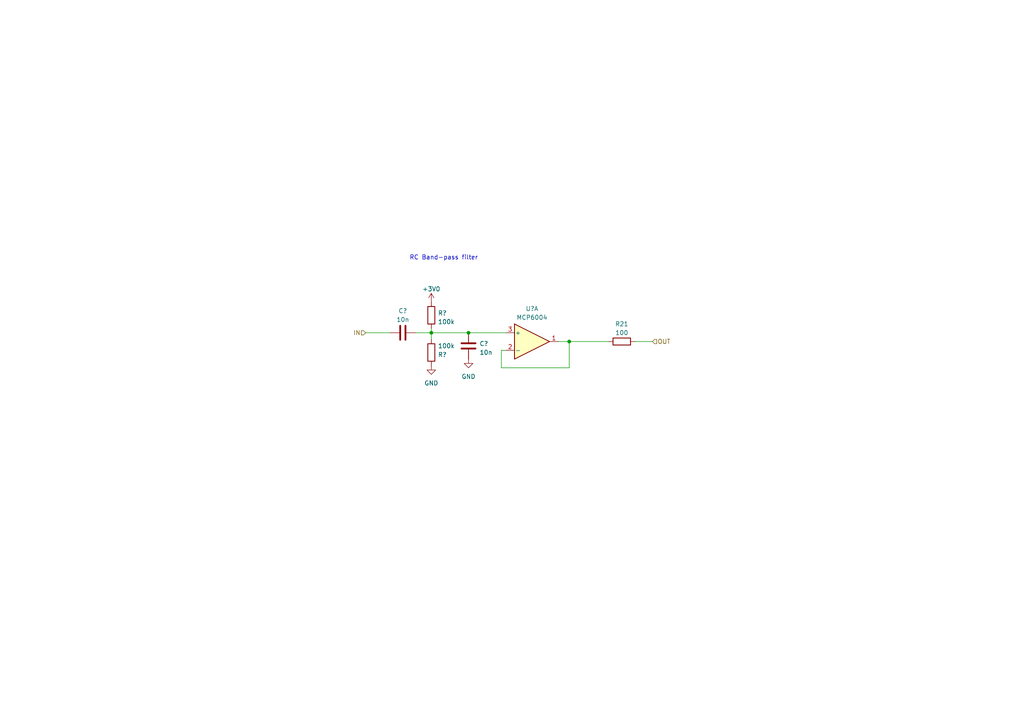
<source format=kicad_sch>
(kicad_sch (version 20230121) (generator eeschema)
  (paper "A4")
  (lib_symbols
    (symbol "Amplifier_Operational:MCP6004" (pin_names (offset 0.127))
      (property "Reference" "U" (at 0 5.08 0))
      (property "Value" "MCP6004" (at 0 -5.08 0))
      (symbol "MCP6004_1_1"
        (polyline (pts (xy -5.08 5.08) (xy 5.08 0) (xy -5.08 -5.08) (xy -5.08 5.08)) (stroke (width 0.254)) (fill (type background)))
        (pin output line (at 7.62 0 180) (length 2.54) (name "~") (number "1"))
        (pin input line (at -7.62 -2.54 0) (length 2.54) (name "-") (number "2"))
        (pin input line (at -7.62 2.54 0) (length 2.54) (name "+") (number "3"))
      )
      (symbol "MCP6004_2_1"
        (polyline (pts (xy -5.08 5.08) (xy 5.08 0) (xy -5.08 -5.08) (xy -5.08 5.08)) (stroke (width 0.254)) (fill (type background)))
        (pin input line (at -7.62 2.54 0) (length 2.54) (name "+") (number "5"))
        (pin input line (at -7.62 -2.54 0) (length 2.54) (name "-") (number "6"))
        (pin output line (at 7.62 0 180) (length 2.54) (name "~") (number "7"))
      )
      (symbol "MCP6004_3_1"
        (polyline (pts (xy -5.08 5.08) (xy 5.08 0) (xy -5.08 -5.08) (xy -5.08 5.08)) (stroke (width 0.254)) (fill (type background)))
        (pin input line (at -7.62 2.54 0) (length 2.54) (name "+") (number "10"))
        (pin output line (at 7.62 0 180) (length 2.54) (name "~") (number "8"))
        (pin input line (at -7.62 -2.54 0) (length 2.54) (name "-") (number "9"))
      )
      (symbol "MCP6004_4_1"
        (polyline (pts (xy -5.08 5.08) (xy 5.08 0) (xy -5.08 -5.08) (xy -5.08 5.08)) (stroke (width 0.254)) (fill (type background)))
        (pin input line (at -7.62 2.54 0) (length 2.54) (name "+") (number "12"))
        (pin input line (at -7.62 -2.54 0) (length 2.54) (name "-") (number "13"))
        (pin output line (at 7.62 0 180) (length 2.54) (name "~") (number "14"))
      )
      (symbol "MCP6004_5_1"
        (pin power_in line (at -2.54 -7.62 90) (length 3.81) (name "V-") (number "11"))
        (pin power_in line (at -2.54 7.62 270) (length 3.81) (name "V+") (number "4"))
      )
    )
    (symbol "Device:C" (pin_numbers hide) (pin_names (offset 0.254))
      (property "Reference" "C" (at 0.635 2.54 0))
      (property "Value" "C" (at 0.635 -2.54 0))
      (symbol "C_0_1"
        (polyline (pts (xy -2.032 -0.762) (xy 2.032 -0.762)) (stroke (width 0.508)))
        (polyline (pts (xy -2.032 0.762) (xy 2.032 0.762)) (stroke (width 0.508)))
      )
      (symbol "C_1_1"
        (pin passive line (at 0 3.81 270) (length 2.794) (name "~") (number "1"))
        (pin passive line (at 0 -3.81 90) (length 2.794) (name "~") (number "2"))
      )
    )
    (symbol "Device:R" (pin_numbers hide) (pin_names (offset 0))
      (property "Reference" "R" (at 2.032 0 90))
      (property "Value" "R" (at 0 0 90))
      (symbol "R_0_1"
        (rectangle (start -1.016 -2.54) (end 1.016 2.54) (stroke (width 0.254)))
      )
      (symbol "R_1_1"
        (pin passive line (at 0 3.81 270) (length 1.27) (name "~") (number "1"))
        (pin passive line (at 0 -3.81 90) (length 1.27) (name "~") (number "2"))
      )
    )
    (symbol "power:+3V0" (power) (pin_names (offset 0))
      (property "Value" "+3V0" (at 0 3.556 0))
      (symbol "+3V0_0_1"
        (polyline (pts (xy -0.762 1.27) (xy 0 2.54)))
        (polyline (pts (xy 0 0) (xy 0 2.54)))
        (polyline (pts (xy 0 2.54) (xy 0.762 1.27)))
      )
      (symbol "+3V0_1_1"
        (pin power_in line (at 0 0 90) (length 0) hide (name "+3V0") (number "1"))
      )
    )
    (symbol "power:GND" (power) (pin_names (offset 0))
      (property "Value" "GND" (at 0 -3.81 0))
      (symbol "GND_0_1"
        (polyline (pts (xy 0 0) (xy 0 -1.27) (xy 1.27 -1.27) (xy 0 -2.54) (xy -1.27 -1.27) (xy 0 -1.27)))
      )
      (symbol "GND_1_1"
        (pin power_in line (at 0 0 270) (length 0) hide (name "GND") (number "1"))
      )
    )
  )
  (junction (at 135.89 96.52))
  (junction (at 165.1 99.06))
  (junction (at 125.095 96.52))
  (wire (pts (xy 189.23 99.06) (xy 184.15 99.06)))
  (wire (pts (xy 145.415 101.6) (xy 145.415 106.68)))
  (wire (pts (xy 120.65 96.52) (xy 125.095 96.52)))
  (wire (pts (xy 165.1 99.06) (xy 161.925 99.06)))
  (wire (pts (xy 106.045 96.52) (xy 113.03 96.52)))
  (wire (pts (xy 135.89 96.52) (xy 146.685 96.52)))
  (wire (pts (xy 165.1 99.06) (xy 165.1 106.68)))
  (wire (pts (xy 125.095 95.25) (xy 125.095 96.52)))
  (wire (pts (xy 145.415 101.6) (xy 146.685 101.6)))
  (wire (pts (xy 125.095 98.425) (xy 125.095 96.52)))
  (wire (pts (xy 165.1 106.68) (xy 145.415 106.68)))
  (wire (pts (xy 176.53 99.06) (xy 165.1 99.06)))
  (wire (pts (xy 125.095 96.52) (xy 135.89 96.52)))
  (text "RC Band-pass filter" (at 118.745 75.565 0) (effects (font (size 1.27 1.27)) (justify left bottom)))
  (hierarchical_label "IN" (shape input) (at 106.045 96.52 180))
  (hierarchical_label "OUT" (shape input) (at 189.23 99.06 0))
  (symbol (lib_id "Device:C") (at 116.84 96.52 270) (unit 1)
    (property "Reference" "C?" (at 116.84 90.17 90))
    (property "Value" "10n" (at 116.84 92.71 90))
    (property "Footprint" "Capacitor_THT:C_Rect_L13.0mm_W4.0mm_P10.00mm_FKS3_FKP3_MKS4" (effects hide))
    (property "Dielectric" "Polysterene" (effects hide))
    (instances (project "weit_generator" (path "" (reference "C?") (unit 1)) (path "" (reference "C7") (unit 1))))
  )
  (symbol (lib_id "Device:R") (at 125.095 91.44 0) (unit 1)
    (property "Reference" "R?" (at 127 90.805 0) (effects (justify left)))
    (property "Value" "100k" (at 127 93.345 0) (effects (justify left)))
    (property "Footprint" "Resistor_THT:R_Axial_DIN0207_L6.3mm_D2.5mm_P2.54mm_Vertical" (effects hide))
    (instances (project "weit_generator" (path "" (reference "R?") (unit 1)) (path "" (reference "R19") (unit 1))))
  )
  (symbol (lib_id "Device:R") (at 180.34 99.06 90) (unit 1)
    (property "Reference" "R21" (at 180.34 93.98 90))
    (property "Value" "100" (at 180.34 96.52 90))
    (property "Footprint" "Resistor_THT:R_Axial_DIN0207_L6.3mm_D2.5mm_P2.54mm_Vertical" (effects hide))
  )
  (symbol (lib_id "Device:R") (at 125.095 102.235 0) (mirror y) (unit 1)
    (property "Reference" "R?" (at 127 102.87 0) (effects (justify right)))
    (property "Value" "100k" (at 127 100.33 0) (effects (justify right)))
    (property "Footprint" "Resistor_THT:R_Axial_DIN0207_L6.3mm_D2.5mm_P2.54mm_Vertical" (effects hide))
    (instances (project "weit_generator" (path "" (reference "R?") (unit 1)) (path "" (reference "R17") (unit 1))))
  )
  (symbol (lib_id "Amplifier_Operational:MCP6004") (at 154.305 99.06 0) (unit 1)
    (property "Reference" "U?" (at 154.305 89.535 0))
    (property "Value" "MCP6004" (at 154.305 92.075 0))
    (property "Footprint" "Package_DIP:DIP-14_W7.62mm_Socket" (effects hide))
    (property "Datasheet" "http://ww1.microchip.com/downloads/en/DeviceDoc/21733j.pdf" (effects hide))
    (instances (project "weit_generator" (path "" (reference "U?") (unit 1)) (path "" (reference "U2") (unit 1))))
  )
  (symbol (lib_id "Device:C") (at 135.89 100.33 180) (unit 1)
    (property "Reference" "C?" (at 139.065 99.695 0) (effects (justify right)))
    (property "Value" "10n" (at 139.065 102.235 0) (effects (justify right)))
    (property "Footprint" "Capacitor_THT:C_Rect_L13.0mm_W4.0mm_P10.00mm_FKS3_FKP3_MKS4" (effects hide))
    (property "Dielectric" "Polistyrene" (effects hide))
    (instances (project "weit_generator" (path "" (reference "C?") (unit 1)) (path "" (reference "C8") (unit 1))))
  )
  (symbol (lib_id "power:GND") (at 125.095 106.045 0) (unit 1)
    (property "Reference" "#PWR?" (effects hide))
    (property "Value" "GND" (at 125.095 111.125 0))
    (instances (project "weit_generator" (path "" (reference "#PWR?") (unit 1)) (path "" (reference "#PWR033") (unit 1))))
  )
  (symbol (lib_id "power:+3V0") (at 125.095 87.63 0) (unit 1)
    (property "Reference" "#PWR?" (effects hide))
    (property "Value" "+3V0" (at 125.095 83.82 0))
    (instances (project "weit_generator" (path "" (reference "#PWR?") (unit 1)) (path "" (reference "#PWR032") (unit 1))))
  )
  (symbol (lib_id "power:GND") (at 135.89 104.14 0) (unit 1)
    (property "Reference" "#PWR?" (effects hide))
    (property "Value" "GND" (at 135.89 109.22 0))
    (instances (project "weit_generator" (path "" (reference "#PWR?") (unit 1)) (path "" (reference "#PWR034") (unit 1))))
  )
)
</source>
